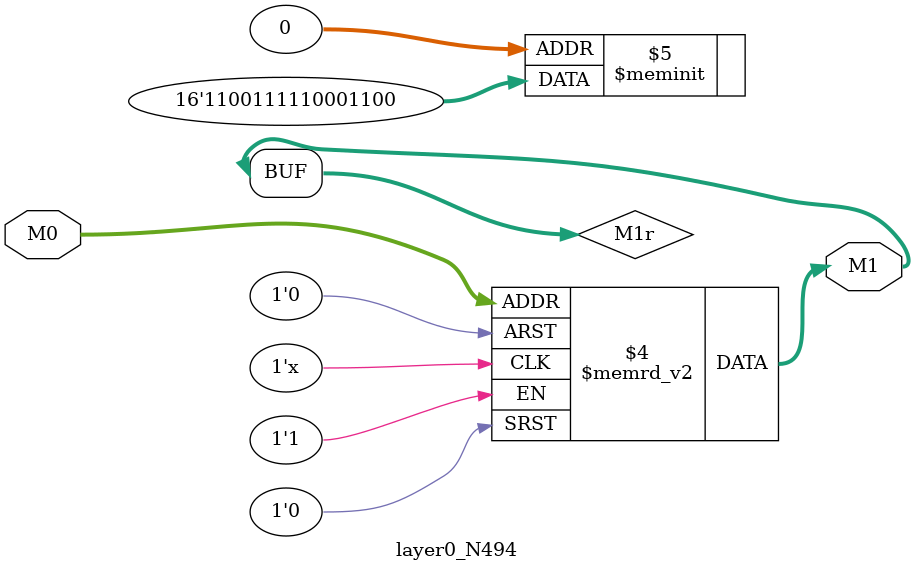
<source format=v>
module layer0_N494 ( input [2:0] M0, output [1:0] M1 );

	(*rom_style = "distributed" *) reg [1:0] M1r;
	assign M1 = M1r;
	always @ (M0) begin
		case (M0)
			3'b000: M1r = 2'b00;
			3'b100: M1r = 2'b11;
			3'b010: M1r = 2'b00;
			3'b110: M1r = 2'b00;
			3'b001: M1r = 2'b11;
			3'b101: M1r = 2'b11;
			3'b011: M1r = 2'b10;
			3'b111: M1r = 2'b11;

		endcase
	end
endmodule

</source>
